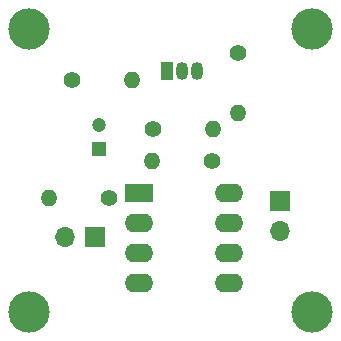
<source format=gbr>
%TF.GenerationSoftware,KiCad,Pcbnew,(5.1.12)-1*%
%TF.CreationDate,2023-08-17T14:56:45+05:30*%
%TF.ProjectId,rain alaram,7261696e-2061-46c6-9172-616d2e6b6963,rev?*%
%TF.SameCoordinates,Original*%
%TF.FileFunction,Copper,L1,Top*%
%TF.FilePolarity,Positive*%
%FSLAX46Y46*%
G04 Gerber Fmt 4.6, Leading zero omitted, Abs format (unit mm)*
G04 Created by KiCad (PCBNEW (5.1.12)-1) date 2023-08-17 14:56:45*
%MOMM*%
%LPD*%
G01*
G04 APERTURE LIST*
%TA.AperFunction,ComponentPad*%
%ADD10C,1.400000*%
%TD*%
%TA.AperFunction,ComponentPad*%
%ADD11O,1.400000X1.400000*%
%TD*%
%TA.AperFunction,ComponentPad*%
%ADD12R,2.400000X1.600000*%
%TD*%
%TA.AperFunction,ComponentPad*%
%ADD13O,2.400000X1.600000*%
%TD*%
%TA.AperFunction,ComponentPad*%
%ADD14R,1.700000X1.700000*%
%TD*%
%TA.AperFunction,ComponentPad*%
%ADD15O,1.700000X1.700000*%
%TD*%
%TA.AperFunction,ComponentPad*%
%ADD16R,1.050000X1.500000*%
%TD*%
%TA.AperFunction,ComponentPad*%
%ADD17O,1.050000X1.500000*%
%TD*%
%TA.AperFunction,ComponentPad*%
%ADD18C,1.200000*%
%TD*%
%TA.AperFunction,ComponentPad*%
%ADD19R,1.200000X1.200000*%
%TD*%
%TA.AperFunction,ViaPad*%
%ADD20C,3.500000*%
%TD*%
G04 APERTURE END LIST*
D10*
%TO.P,R1,1*%
%TO.N,Net-(9V1-Pad1)*%
X136750000Y-73080000D03*
D11*
%TO.P,R1,2*%
%TO.N,Net-(R1-Pad2)*%
X136750000Y-78160000D03*
%TD*%
D10*
%TO.P,R5,1*%
%TO.N,Net-(Q1-Pad3)*%
X125790000Y-85330000D03*
D11*
%TO.P,R5,2*%
%TO.N,Earth*%
X120710000Y-85330000D03*
%TD*%
D12*
%TO.P,U1,1*%
%TO.N,Earth*%
X128310000Y-84930000D03*
D13*
%TO.P,U1,5*%
%TO.N,Net-(U1-Pad5)*%
X135930000Y-92550000D03*
%TO.P,U1,2*%
%TO.N,Net-(C1-Pad1)*%
X128310000Y-87470000D03*
%TO.P,U1,6*%
X135930000Y-90010000D03*
%TO.P,U1,3*%
%TO.N,Net-(BZ1-Pad1)*%
X128310000Y-90010000D03*
%TO.P,U1,7*%
%TO.N,Net-(R1-Pad2)*%
X135930000Y-87470000D03*
%TO.P,U1,4*%
%TO.N,Net-(Q1-Pad3)*%
X128310000Y-92550000D03*
%TO.P,U1,8*%
%TO.N,Net-(9V1-Pad1)*%
X135930000Y-84930000D03*
%TD*%
D14*
%TO.P,BZ1,1*%
%TO.N,Net-(BZ1-Pad1)*%
X124640000Y-88610000D03*
D15*
%TO.P,BZ1,2*%
%TO.N,Earth*%
X122100000Y-88610000D03*
%TD*%
D16*
%TO.P,Q1,1*%
%TO.N,Net-(Q1-Pad1)*%
X130690000Y-74540000D03*
D17*
%TO.P,Q1,3*%
%TO.N,Net-(Q1-Pad3)*%
X133230000Y-74540000D03*
%TO.P,Q1,2*%
%TO.N,Net-(Q1-Pad2)*%
X131960000Y-74540000D03*
%TD*%
D14*
%TO.P,9V1,1*%
%TO.N,Net-(9V1-Pad1)*%
X140280000Y-85620000D03*
D15*
%TO.P,9V1,2*%
%TO.N,Earth*%
X140280000Y-88160000D03*
%TD*%
D11*
%TO.P,R2,2*%
%TO.N,Net-(C1-Pad1)*%
X129420000Y-82210000D03*
D10*
%TO.P,R2,1*%
%TO.N,Net-(R1-Pad2)*%
X134500000Y-82210000D03*
%TD*%
D11*
%TO.P,R4,2*%
%TO.N,Net-(9V1-Pad1)*%
X134570000Y-79500000D03*
D10*
%TO.P,R4,1*%
%TO.N,Net-(Q1-Pad2)*%
X129490000Y-79500000D03*
%TD*%
D11*
%TO.P,R3,2*%
%TO.N,Net-(Q1-Pad1)*%
X127740000Y-75310000D03*
D10*
%TO.P,R3,1*%
%TO.N,Net-(9V1-Pad1)*%
X122660000Y-75310000D03*
%TD*%
D18*
%TO.P,C1,2*%
%TO.N,Earth*%
X124930000Y-79190000D03*
D19*
%TO.P,C1,1*%
%TO.N,Net-(C1-Pad1)*%
X124930000Y-81190000D03*
%TD*%
D20*
%TO.N,*%
X119000000Y-71000000D03*
X143000000Y-71000000D03*
X143000000Y-95000000D03*
X119000000Y-95000000D03*
%TD*%
M02*

</source>
